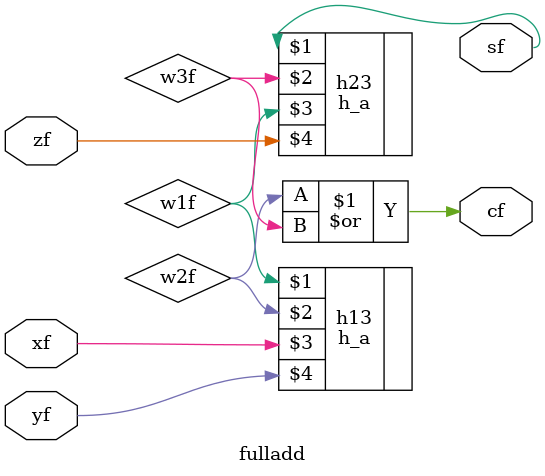
<source format=v>
`timescale 1ns / 1ps


module fulladd(sf,cf,xf,yf,zf);
  output sf,cf;
  input xf,yf,zf;
  wire w1f,w2f,w3f;
  h_a h13(w1f,w2f,xf,yf);
  h_a h23(sf,w3f,w1f,zf);
  or h3(cf,w2f,w3f);
endmodule

</source>
